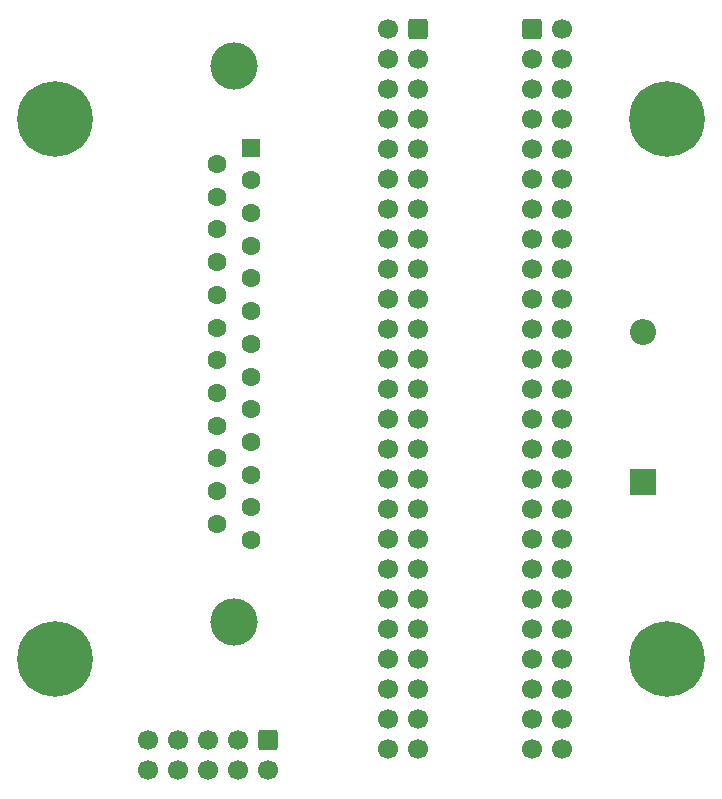
<source format=gbr>
%TF.GenerationSoftware,KiCad,Pcbnew,8.0.8*%
%TF.CreationDate,2025-02-24T20:58:23+01:00*%
%TF.ProjectId,TDSystemsVikingSCSICabkit,54445379-7374-4656-9d73-56696b696e67,rev?*%
%TF.SameCoordinates,Original*%
%TF.FileFunction,Soldermask,Top*%
%TF.FilePolarity,Negative*%
%FSLAX46Y46*%
G04 Gerber Fmt 4.6, Leading zero omitted, Abs format (unit mm)*
G04 Created by KiCad (PCBNEW 8.0.8) date 2025-02-24 20:58:23*
%MOMM*%
%LPD*%
G01*
G04 APERTURE LIST*
G04 Aperture macros list*
%AMRoundRect*
0 Rectangle with rounded corners*
0 $1 Rounding radius*
0 $2 $3 $4 $5 $6 $7 $8 $9 X,Y pos of 4 corners*
0 Add a 4 corners polygon primitive as box body*
4,1,4,$2,$3,$4,$5,$6,$7,$8,$9,$2,$3,0*
0 Add four circle primitives for the rounded corners*
1,1,$1+$1,$2,$3*
1,1,$1+$1,$4,$5*
1,1,$1+$1,$6,$7*
1,1,$1+$1,$8,$9*
0 Add four rect primitives between the rounded corners*
20,1,$1+$1,$2,$3,$4,$5,0*
20,1,$1+$1,$4,$5,$6,$7,0*
20,1,$1+$1,$6,$7,$8,$9,0*
20,1,$1+$1,$8,$9,$2,$3,0*%
G04 Aperture macros list end*
%ADD10C,4.000000*%
%ADD11R,1.600000X1.600000*%
%ADD12C,1.600000*%
%ADD13C,0.800000*%
%ADD14C,6.400000*%
%ADD15RoundRect,0.250000X-0.600000X-0.600000X0.600000X-0.600000X0.600000X0.600000X-0.600000X0.600000X0*%
%ADD16C,1.700000*%
%ADD17RoundRect,0.250000X-0.600000X0.600000X-0.600000X-0.600000X0.600000X-0.600000X0.600000X0.600000X0*%
%ADD18R,2.200000X2.200000*%
%ADD19O,2.200000X2.200000*%
%ADD20RoundRect,0.250000X0.600000X0.600000X-0.600000X0.600000X-0.600000X-0.600000X0.600000X-0.600000X0*%
G04 APERTURE END LIST*
D10*
%TO.C,J3*%
X123340000Y-73727000D03*
X123340000Y-120827000D03*
D11*
X124760000Y-80657000D03*
D12*
X124760000Y-83427000D03*
X124760000Y-86197000D03*
X124760000Y-88967000D03*
X124760000Y-91737000D03*
X124760000Y-94507000D03*
X124760000Y-97277000D03*
X124760000Y-100047000D03*
X124760000Y-102817000D03*
X124760000Y-105587000D03*
X124760000Y-108357000D03*
X124760000Y-111127000D03*
X124760000Y-113897000D03*
X121920000Y-82042000D03*
X121920000Y-84812000D03*
X121920000Y-87582000D03*
X121920000Y-90352000D03*
X121920000Y-93122000D03*
X121920000Y-95892000D03*
X121920000Y-98662000D03*
X121920000Y-101432000D03*
X121920000Y-104202000D03*
X121920000Y-106972000D03*
X121920000Y-109742000D03*
X121920000Y-112512000D03*
%TD*%
D13*
%TO.C,H4*%
X105804000Y-123952000D03*
X106506944Y-122254944D03*
X106506944Y-125649056D03*
X108204000Y-121552000D03*
D14*
X108204000Y-123952000D03*
D13*
X108204000Y-126352000D03*
X109901056Y-122254944D03*
X109901056Y-125649056D03*
X110604000Y-123952000D03*
%TD*%
%TO.C,H2*%
X157620000Y-78232000D03*
X158322944Y-76534944D03*
X158322944Y-79929056D03*
X160020000Y-75832000D03*
D14*
X160020000Y-78232000D03*
D13*
X160020000Y-80632000D03*
X161717056Y-76534944D03*
X161717056Y-79929056D03*
X162420000Y-78232000D03*
%TD*%
%TO.C,H3*%
X105804000Y-78232000D03*
X106506944Y-76534944D03*
X106506944Y-79929056D03*
X108204000Y-75832000D03*
D14*
X108204000Y-78232000D03*
D13*
X108204000Y-80632000D03*
X109901056Y-76534944D03*
X109901056Y-79929056D03*
X110604000Y-78232000D03*
%TD*%
D15*
%TO.C,J2*%
X148590000Y-70612000D03*
D16*
X151130000Y-70612000D03*
X148590000Y-73152000D03*
X151130000Y-73152000D03*
X148590000Y-75692000D03*
X151130000Y-75692000D03*
X148590000Y-78232000D03*
X151130000Y-78232000D03*
X148590000Y-80772000D03*
X151130000Y-80772000D03*
X148590000Y-83312000D03*
X151130000Y-83312000D03*
X148590000Y-85852000D03*
X151130000Y-85852000D03*
X148590000Y-88392000D03*
X151130000Y-88392000D03*
X148590000Y-90932000D03*
X151130000Y-90932000D03*
X148590000Y-93472000D03*
X151130000Y-93472000D03*
X148590000Y-96012000D03*
X151130000Y-96012000D03*
X148590000Y-98552000D03*
X151130000Y-98552000D03*
X148590000Y-101092000D03*
X151130000Y-101092000D03*
X148590000Y-103632000D03*
X151130000Y-103632000D03*
X148590000Y-106172000D03*
X151130000Y-106172000D03*
X148590000Y-108712000D03*
X151130000Y-108712000D03*
X148590000Y-111252000D03*
X151130000Y-111252000D03*
X148590000Y-113792000D03*
X151130000Y-113792000D03*
X148590000Y-116332000D03*
X151130000Y-116332000D03*
X148590000Y-118872000D03*
X151130000Y-118872000D03*
X148590000Y-121412000D03*
X151130000Y-121412000D03*
X148590000Y-123952000D03*
X151130000Y-123952000D03*
X148590000Y-126492000D03*
X151130000Y-126492000D03*
X148590000Y-129032000D03*
X151130000Y-129032000D03*
X148590000Y-131572000D03*
X151130000Y-131572000D03*
%TD*%
D17*
%TO.C,J4*%
X126238000Y-130810000D03*
D16*
X126238000Y-133350000D03*
X123698000Y-130810000D03*
X123698000Y-133350000D03*
X121158000Y-130810000D03*
X121158000Y-133350000D03*
X118618000Y-130810000D03*
X118618000Y-133350000D03*
X116078000Y-130810000D03*
X116078000Y-133350000D03*
%TD*%
D13*
%TO.C,H1*%
X157620000Y-123952000D03*
X158322944Y-122254944D03*
X158322944Y-125649056D03*
X160020000Y-121552000D03*
D14*
X160020000Y-123952000D03*
D13*
X160020000Y-126352000D03*
X161717056Y-122254944D03*
X161717056Y-125649056D03*
X162420000Y-123952000D03*
%TD*%
D18*
%TO.C,D1*%
X157988000Y-108966000D03*
D19*
X157988000Y-96266000D03*
%TD*%
D20*
%TO.C,J1*%
X138938000Y-70612000D03*
D16*
X136398000Y-70612000D03*
X138938000Y-73152000D03*
X136398000Y-73152000D03*
X138938000Y-75692000D03*
X136398000Y-75692000D03*
X138938000Y-78232000D03*
X136398000Y-78232000D03*
X138938000Y-80772000D03*
X136398000Y-80772000D03*
X138938000Y-83312000D03*
X136398000Y-83312000D03*
X138938000Y-85852000D03*
X136398000Y-85852000D03*
X138938000Y-88392000D03*
X136398000Y-88392000D03*
X138938000Y-90932000D03*
X136398000Y-90932000D03*
X138938000Y-93472000D03*
X136398000Y-93472000D03*
X138938000Y-96012000D03*
X136398000Y-96012000D03*
X138938000Y-98552000D03*
X136398000Y-98552000D03*
X138938000Y-101092000D03*
X136398000Y-101092000D03*
X138938000Y-103632000D03*
X136398000Y-103632000D03*
X138938000Y-106172000D03*
X136398000Y-106172000D03*
X138938000Y-108712000D03*
X136398000Y-108712000D03*
X138938000Y-111252000D03*
X136398000Y-111252000D03*
X138938000Y-113792000D03*
X136398000Y-113792000D03*
X138938000Y-116332000D03*
X136398000Y-116332000D03*
X138938000Y-118872000D03*
X136398000Y-118872000D03*
X138938000Y-121412000D03*
X136398000Y-121412000D03*
X138938000Y-123952000D03*
X136398000Y-123952000D03*
X138938000Y-126492000D03*
X136398000Y-126492000D03*
X138938000Y-129032000D03*
X136398000Y-129032000D03*
X138938000Y-131572000D03*
X136398000Y-131572000D03*
%TD*%
M02*

</source>
